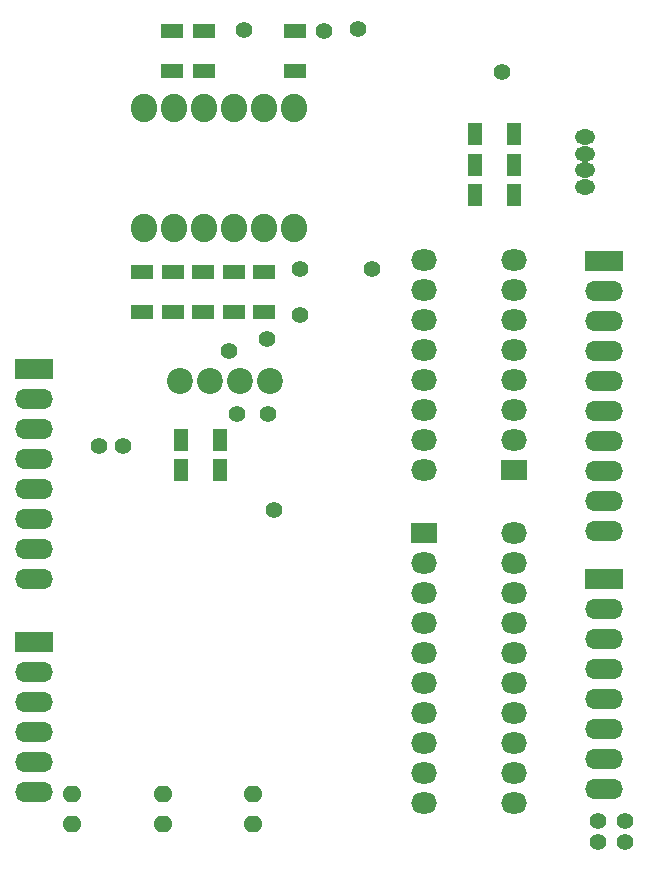
<source format=gbr>
G04*
G04 #@! TF.GenerationSoftware,Altium Limited,Altium Designer,24.2.2 (26)*
G04*
G04 Layer_Color=16711935*
%FSLAX44Y44*%
%MOMM*%
G71*
G04*
G04 #@! TF.SameCoordinates,2868F377-7641-4E66-942F-0D50B4D8385F*
G04*
G04*
G04 #@! TF.FilePolarity,Negative*
G04*
G01*
G75*
%ADD17R,1.9032X1.2532*%
%ADD20O,1.6032X1.4032*%
%ADD21O,2.2032X2.4032*%
%ADD22O,3.2032X1.7032*%
%ADD23R,3.2032X1.7032*%
%ADD24O,1.7032X1.3032*%
%ADD25O,2.2032X1.8032*%
%ADD26C,2.2000*%
%ADD27R,2.2032X1.8032*%
%ADD28C,1.4032*%
%ADD43R,1.2532X1.9032*%
D17*
X179705Y465570D02*
D03*
Y499070D02*
D03*
X231140Y465570D02*
D03*
Y499070D02*
D03*
X180340Y702830D02*
D03*
Y669330D02*
D03*
X128270Y465570D02*
D03*
Y499070D02*
D03*
X153988Y465570D02*
D03*
Y499070D02*
D03*
X205422Y465570D02*
D03*
Y499070D02*
D03*
X257810Y702830D02*
D03*
Y669330D02*
D03*
X153670Y702830D02*
D03*
Y669330D02*
D03*
D20*
X68580Y32050D02*
D03*
Y57450D02*
D03*
X145415Y32050D02*
D03*
Y57450D02*
D03*
X222250Y32050D02*
D03*
Y57450D02*
D03*
D21*
X129540Y535940D02*
D03*
X154940D02*
D03*
X180340D02*
D03*
X129540Y637540D02*
D03*
X154940D02*
D03*
X180340D02*
D03*
X205740Y535940D02*
D03*
X231140D02*
D03*
X256540D02*
D03*
X205740Y637540D02*
D03*
X231140D02*
D03*
X256540D02*
D03*
D22*
X36830Y238760D02*
D03*
Y264160D02*
D03*
Y289560D02*
D03*
Y314960D02*
D03*
Y340360D02*
D03*
Y365760D02*
D03*
Y391160D02*
D03*
X519430Y213360D02*
D03*
Y187960D02*
D03*
Y162560D02*
D03*
Y137160D02*
D03*
Y111760D02*
D03*
Y86360D02*
D03*
Y60960D02*
D03*
X36830Y58420D02*
D03*
Y83820D02*
D03*
Y109220D02*
D03*
Y134620D02*
D03*
Y160020D02*
D03*
X519430Y482600D02*
D03*
Y457200D02*
D03*
Y431800D02*
D03*
Y406400D02*
D03*
Y381000D02*
D03*
Y355600D02*
D03*
Y330200D02*
D03*
Y304800D02*
D03*
Y279400D02*
D03*
D23*
X36830Y416560D02*
D03*
X519430Y238760D02*
D03*
X36830Y185420D02*
D03*
X519430Y508000D02*
D03*
D24*
X502920Y571082D02*
D03*
Y585221D02*
D03*
Y599360D02*
D03*
Y613500D02*
D03*
D25*
X367030Y483870D02*
D03*
Y458470D02*
D03*
Y433070D02*
D03*
X443230Y356870D02*
D03*
Y382270D02*
D03*
Y407670D02*
D03*
Y433070D02*
D03*
Y458470D02*
D03*
Y483870D02*
D03*
X367030Y331470D02*
D03*
Y356870D02*
D03*
Y382270D02*
D03*
Y407670D02*
D03*
X443230Y509270D02*
D03*
X367030D02*
D03*
X443230Y49530D02*
D03*
Y74930D02*
D03*
X367030Y49530D02*
D03*
Y252730D02*
D03*
Y227330D02*
D03*
Y201930D02*
D03*
Y176530D02*
D03*
Y151130D02*
D03*
Y125730D02*
D03*
X443230Y278130D02*
D03*
Y252730D02*
D03*
Y227330D02*
D03*
Y201930D02*
D03*
Y176530D02*
D03*
Y151130D02*
D03*
Y125730D02*
D03*
X367030Y100330D02*
D03*
X443230D02*
D03*
X367030Y74930D02*
D03*
D26*
X160020Y406400D02*
D03*
X185420D02*
D03*
X210820D02*
D03*
X236220D02*
D03*
D27*
X443230Y331470D02*
D03*
X367030Y278130D02*
D03*
D28*
X208280Y378460D02*
D03*
X234950D02*
D03*
X91440Y351790D02*
D03*
X111760D02*
D03*
X537210Y16510D02*
D03*
X514350D02*
D03*
Y34290D02*
D03*
X537210D02*
D03*
X240030Y297180D02*
D03*
X233680Y441960D02*
D03*
X201930Y431800D02*
D03*
X311150Y704850D02*
D03*
X433070Y668020D02*
D03*
X214511Y703905D02*
D03*
X261620Y462280D02*
D03*
X322620Y501201D02*
D03*
X261620Y501650D02*
D03*
X282127Y703309D02*
D03*
D43*
X409720Y589915D02*
D03*
X443220D02*
D03*
X409720Y615950D02*
D03*
X443220D02*
D03*
X409720Y563880D02*
D03*
X443220D02*
D03*
X160770Y331470D02*
D03*
X194270D02*
D03*
X160770Y356870D02*
D03*
X194270D02*
D03*
M02*

</source>
